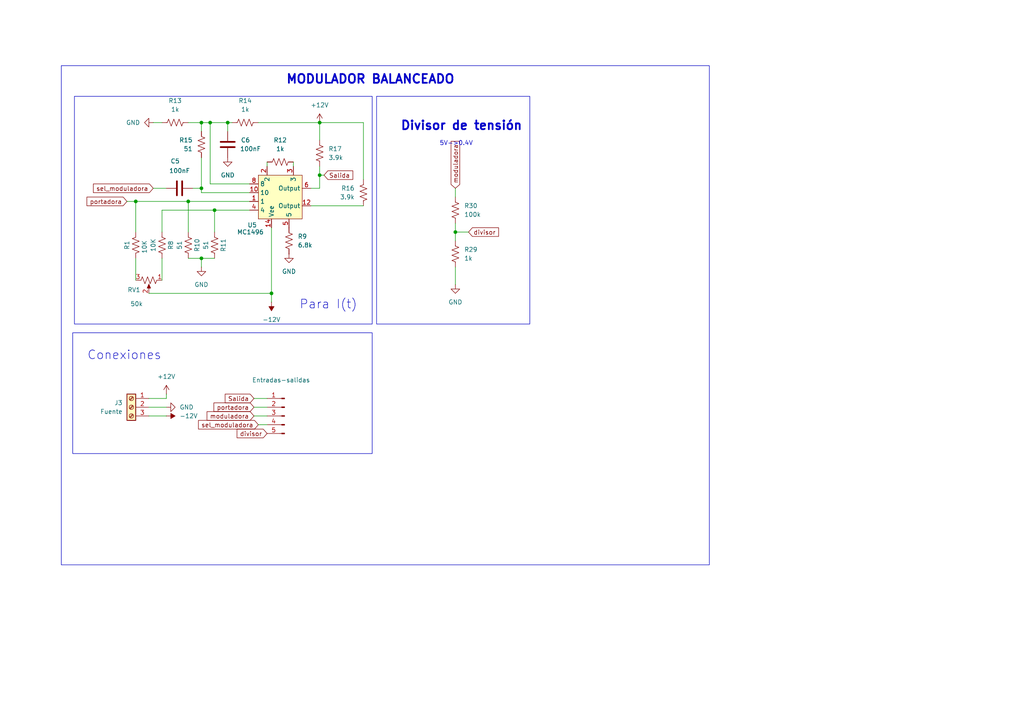
<source format=kicad_sch>
(kicad_sch (version 20250114) (generator "eeschema") (generator_version "9.0")
  (paper "A4")
  (lib_symbols
    (symbol "Connector:Conn_01x05_Pin" (pin_names (offset 1.016) (hide yes))
      (property "Reference" "J" (at 0 7.62 0))
      (property "Value" "Conn_01x05_Pin" (at 0 -7.62 0))
      (symbol "Conn_01x05_Pin_1_1"
        (rectangle (start 0.8636 5.207) (end 0 4.953) (stroke (width 0.1524)) (fill (type outline)))
        (rectangle (start 0.8636 2.667) (end 0 2.413) (stroke (width 0.1524)) (fill (type outline)))
        (rectangle (start 0.8636 0.127) (end 0 -0.127) (stroke (width 0.1524)) (fill (type outline)))
        (rectangle (start 0.8636 -2.413) (end 0 -2.667) (stroke (width 0.1524)) (fill (type outline)))
        (rectangle (start 0.8636 -4.953) (end 0 -5.207) (stroke (width 0.1524)) (fill (type outline)))
        (polyline (pts (xy 1.27 5.08) (xy 0.8636 5.08)) (stroke (width 0.1524)))
        (polyline (pts (xy 1.27 2.54) (xy 0.8636 2.54)) (stroke (width 0.1524)))
        (polyline (pts (xy 1.27 0) (xy 0.8636 0)) (stroke (width 0.1524)))
        (polyline (pts (xy 1.27 -2.54) (xy 0.8636 -2.54)) (stroke (width 0.1524)))
        (polyline (pts (xy 1.27 -5.08) (xy 0.8636 -5.08)) (stroke (width 0.1524)))
        (pin passive line (at 5.08 5.08 180) (length 3.81) (name "Pin_1") (number "1"))
        (pin passive line (at 5.08 2.54 180) (length 3.81) (name "Pin_2") (number "2"))
        (pin passive line (at 5.08 0 180) (length 3.81) (name "Pin_3") (number "3"))
        (pin passive line (at 5.08 -2.54 180) (length 3.81) (name "Pin_4") (number "4"))
        (pin passive line (at 5.08 -5.08 180) (length 3.81) (name "Pin_5") (number "5"))
      )
    )
    (symbol "Connector:Screw_Terminal_01x03" (pin_names (offset 1.016) (hide yes))
      (property "Reference" "J" (at 0 5.08 0))
      (property "Value" "Screw_Terminal_01x03" (at 0 -5.08 0))
      (symbol "Screw_Terminal_01x03_1_1"
        (rectangle (start -1.27 3.81) (end 1.27 -3.81) (stroke (width 0.254)) (fill (type background)))
        (polyline (pts (xy -0.5334 2.8702) (xy 0.3302 2.032)) (stroke (width 0.1524)))
        (polyline (pts (xy -0.5334 0.3302) (xy 0.3302 -0.508)) (stroke (width 0.1524)))
        (polyline (pts (xy -0.5334 -2.2098) (xy 0.3302 -3.048)) (stroke (width 0.1524)))
        (polyline (pts (xy -0.3556 3.048) (xy 0.508 2.2098)) (stroke (width 0.1524)))
        (polyline (pts (xy -0.3556 0.508) (xy 0.508 -0.3302)) (stroke (width 0.1524)))
        (polyline (pts (xy -0.3556 -2.032) (xy 0.508 -2.8702)) (stroke (width 0.1524)))
        (circle (center 0 2.54) (radius 0.635) (stroke (width 0.1524)))
        (circle (center 0 0) (radius 0.635) (stroke (width 0.1524)))
        (circle (center 0 -2.54) (radius 0.635) (stroke (width 0.1524)))
        (pin passive line (at -5.08 2.54 0) (length 3.81) (name "Pin_1") (number "1"))
        (pin passive line (at -5.08 0 0) (length 3.81) (name "Pin_2") (number "2"))
        (pin passive line (at -5.08 -2.54 0) (length 3.81) (name "Pin_3") (number "3"))
      )
    )
    (symbol "Device:C" (pin_numbers (hide yes)) (pin_names (offset 0.254))
      (property "Reference" "C" (at 0.635 2.54 0))
      (property "Value" "C" (at 0.635 -2.54 0))
      (symbol "C_0_1"
        (polyline (pts (xy -2.032 0.762) (xy 2.032 0.762)) (stroke (width 0.508)))
        (polyline (pts (xy -2.032 -0.762) (xy 2.032 -0.762)) (stroke (width 0.508)))
      )
      (symbol "C_1_1"
        (pin passive line (at 0 3.81 270) (length 2.794) (name "~") (number "1"))
        (pin passive line (at 0 -3.81 90) (length 2.794) (name "~") (number "2"))
      )
    )
    (symbol "Device:R_Potentiometer_US" (pin_names (offset 1.016) (hide yes))
      (property "Reference" "RV" (at -4.445 0 90))
      (property "Value" "R_Potentiometer_US" (at -2.54 0 90))
      (symbol "R_Potentiometer_US_0_1"
        (polyline (pts (xy 0 2.54) (xy 0 2.286)))
        (polyline (pts (xy 0 2.286) (xy 1.016 1.905) (xy 0 1.524) (xy -1.016 1.143) (xy 0 0.762)))
        (polyline (pts (xy 0 0.762) (xy 1.016 0.381) (xy 0 0) (xy -1.016 -0.381) (xy 0 -0.762)))
        (polyline (pts (xy 0 -0.762) (xy 1.016 -1.143) (xy 0 -1.524) (xy -1.016 -1.905) (xy 0 -2.286)))
        (polyline (pts (xy 0 -2.286) (xy 0 -2.54)))
        (polyline (pts (xy 1.143 0) (xy 2.286 0.508) (xy 2.286 -0.508) (xy 1.143 0)) (fill (type outline)))
        (polyline (pts (xy 2.54 0) (xy 1.524 0)))
      )
      (symbol "R_Potentiometer_US_1_1"
        (pin passive line (at 0 3.81 270) (length 1.27) (name "1") (number "1"))
        (pin passive line (at 0 -3.81 90) (length 1.27) (name "3") (number "3"))
        (pin passive line (at 3.81 0 180) (length 1.27) (name "2") (number "2"))
      )
    )
    (symbol "Device:R_US" (pin_numbers (hide yes)) (pin_names (offset 0))
      (property "Reference" "R" (at 2.54 0 90))
      (property "Value" "R_US" (at -2.54 0 90))
      (symbol "R_US_0_1"
        (polyline (pts (xy 0 2.286) (xy 0 2.54)))
        (polyline (pts (xy 0 2.286) (xy 1.016 1.905) (xy 0 1.524) (xy -1.016 1.143) (xy 0 0.762)))
        (polyline (pts (xy 0 0.762) (xy 1.016 0.381) (xy 0 0) (xy -1.016 -0.381) (xy 0 -0.762)))
        (polyline (pts (xy 0 -0.762) (xy 1.016 -1.143) (xy 0 -1.524) (xy -1.016 -1.905) (xy 0 -2.286)))
        (polyline (pts (xy 0 -2.286) (xy 0 -2.54)))
      )
      (symbol "R_US_1_1"
        (pin passive line (at 0 3.81 270) (length 1.27) (name "~") (number "1"))
        (pin passive line (at 0 -3.81 90) (length 1.27) (name "~") (number "2"))
      )
    )
    (symbol "otros_componentes:MC1429_square"
      (property "Reference" "U5" (at 7.62 -15.1698 0))
      (property "Value" "MC1496" (at -3.302 -24.384 0))
      (symbol "MC1429_square_1_1"
        (rectangle (start -10.16 -17.78) (end 2.54 -30.48) (fill (type background)))
        (pin input line (at -12.7 -20.32 0) (length 2.54) (name "8") (number "8"))
        (pin input line (at -12.7 -22.86 0) (length 2.54) (name "10") (number "10"))
        (pin input line (at -12.7 -25.4 0) (length 2.54) (name "1") (number "1"))
        (pin input line (at -12.7 -27.94 0) (length 2.54) (name "4") (number "4"))
        (pin input line (at -7.62 -15.24 270) (length 2.54) (name "2") (number "2"))
        (pin power_in line (at -6.35 -33.02 90) (length 2.54) (name "Vee") (number "14"))
        (pin input line (at -1.27 -33.02 90) (length 2.54) (name "5") (number "5"))
        (pin input line (at 0 -15.24 270) (length 2.54) (name "3") (number "3"))
        (pin output line (at 5.08 -21.59 180) (length 2.54) (name "Output") (number "6"))
        (pin output line (at 5.08 -26.67 180) (length 2.54) (name "Output") (number "12"))
      )
    )
    (symbol "power:+12V" (power) (pin_numbers (hide yes)) (pin_names (offset 0) (hide yes))
      (property "Value" "+12V" (at 0 3.556 0))
      (symbol "+12V_0_1"
        (polyline (pts (xy -0.762 1.27) (xy 0 2.54)))
        (polyline (pts (xy 0 2.54) (xy 0.762 1.27)))
        (polyline (pts (xy 0 0) (xy 0 2.54)))
      )
      (symbol "+12V_1_1"
        (pin power_in line (at 0 0 90) (length 0) (name "~") (number "1"))
      )
    )
    (symbol "power:-12V" (power) (pin_numbers (hide yes)) (pin_names (offset 0) (hide yes))
      (property "Value" "-12V" (at 0 3.556 0))
      (symbol "-12V_0_0"
        (pin power_in line (at 0 0 90) (length 0) (name "~") (number "1"))
      )
      (symbol "-12V_0_1"
        (polyline (pts (xy 0 0) (xy 0 1.27) (xy 0.762 1.27) (xy 0 2.54) (xy -0.762 1.27) (xy 0 1.27)) (fill (type outline)))
      )
    )
    (symbol "power:GND" (power) (pin_numbers (hide yes)) (pin_names (offset 0) (hide yes))
      (property "Value" "GND" (at 0 -3.81 0))
      (symbol "GND_0_1"
        (polyline (pts (xy 0 0) (xy 0 -1.27) (xy 1.27 -1.27) (xy 0 -2.54) (xy -1.27 -1.27) (xy 0 -1.27)))
      )
      (symbol "GND_1_1"
        (pin power_in line (at 0 0 270) (length 0) (name "~") (number "1"))
      )
    )
  )
  (rectangle (start 109.22 27.94) (end 153.67 93.98))
  (rectangle (start 17.78 19.05) (end 205.74 163.83))
  (rectangle (start 21.59 27.94) (end 107.95 93.98))
  (rectangle (start 21.0937 96.5199) (end 107.9499 131.5543))
  (text "Conexiones\n" (at 36.068 103.124 0) (effects (font (size 2.54 2.54))))
  (text "5V->0.4V" (at 132.334 41.656 0) (effects (font (size 1.27 1.27))))
  (text "MODULADOR BALANCEADO" (at 107.442 23.114 0) (effects (font (size 2.54 2.54) (thickness 0.508) (bold yes))))
  (text "Para I(t)\n" (at 95.25 88.392 0) (effects (font (size 2.54 2.54))))
  (text "Divisor de tensión\n" (at 133.858 36.576 0) (effects (font (size 2.54 2.54) (thickness 0.508) (bold yes))))
  (junction (at 58.42 74.93))
  (junction (at 60.96 35.56))
  (junction (at 92.71 50.8))
  (junction (at 92.71 35.56))
  (junction (at 78.74 85.09))
  (junction (at 66.04 35.56))
  (junction (at 132.08 67.31))
  (junction (at 58.42 54.61))
  (junction (at 39.37 58.42))
  (junction (at 54.61 58.42))
  (junction (at 62.23 60.96))
  (junction (at 58.42 35.56))
  (wire (pts (xy 55.88 54.61) (xy 58.42 54.61)))
  (wire (pts (xy 92.71 35.56) (xy 105.41 35.56)))
  (wire (pts (xy 85.09 46.99) (xy 85.09 48.26)))
  (wire (pts (xy 60.96 35.56) (xy 58.42 35.56)))
  (wire (pts (xy 36.83 58.42) (xy 39.37 58.42)))
  (wire (pts (xy 60.96 35.56) (xy 66.04 35.56)))
  (wire (pts (xy 39.37 67.31) (xy 39.37 58.42)))
  (wire (pts (xy 78.74 87.63) (xy 78.74 85.09)))
  (wire (pts (xy 48.26 115.57) (xy 43.18 115.57)))
  (wire (pts (xy 92.71 54.61) (xy 90.17 54.61)))
  (wire (pts (xy 66.04 38.1) (xy 66.04 35.56)))
  (wire (pts (xy 48.26 120.65) (xy 43.18 120.65)))
  (wire (pts (xy 72.39 53.34) (xy 60.96 53.34)))
  (wire (pts (xy 66.04 35.56) (xy 67.31 35.56)))
  (wire (pts (xy 58.42 55.88) (xy 72.39 55.88)))
  (wire (pts (xy 132.08 77.47) (xy 132.08 82.55)))
  (wire (pts (xy 132.08 54.61) (xy 132.08 57.15)))
  (wire (pts (xy 92.71 35.56) (xy 92.71 40.64)))
  (wire (pts (xy 54.61 74.93) (xy 58.42 74.93)))
  (wire (pts (xy 74.93 35.56) (xy 92.71 35.56)))
  (wire (pts (xy 58.42 35.56) (xy 58.42 38.1)))
  (wire (pts (xy 58.42 74.93) (xy 62.23 74.93)))
  (wire (pts (xy 93.98 50.8) (xy 92.71 50.8)))
  (wire (pts (xy 62.23 60.96) (xy 46.99 60.96)))
  (wire (pts (xy 54.61 58.42) (xy 72.39 58.42)))
  (wire (pts (xy 73.66 120.65) (xy 77.47 120.65)))
  (wire (pts (xy 46.99 74.93) (xy 46.99 81.28)))
  (wire (pts (xy 72.39 60.96) (xy 62.23 60.96)))
  (wire (pts (xy 60.96 53.34) (xy 60.96 35.56)))
  (wire (pts (xy 48.26 118.11) (xy 43.18 118.11)))
  (wire (pts (xy 58.42 54.61) (xy 58.42 55.88)))
  (wire (pts (xy 44.45 35.56) (xy 46.99 35.56)))
  (wire (pts (xy 39.37 74.93) (xy 39.37 81.28)))
  (wire (pts (xy 77.47 46.99) (xy 77.47 48.26)))
  (wire (pts (xy 46.99 60.96) (xy 46.99 67.31)))
  (wire (pts (xy 62.23 60.96) (xy 62.23 67.31)))
  (wire (pts (xy 78.74 66.04) (xy 78.74 85.09)))
  (wire (pts (xy 90.17 59.69) (xy 105.41 59.69)))
  (wire (pts (xy 132.08 64.77) (xy 132.08 67.31)))
  (wire (pts (xy 58.42 35.56) (xy 54.61 35.56)))
  (wire (pts (xy 74.93 123.19) (xy 77.47 123.19)))
  (wire (pts (xy 92.71 48.26) (xy 92.71 50.8)))
  (wire (pts (xy 58.42 45.72) (xy 58.42 54.61)))
  (wire (pts (xy 54.61 58.42) (xy 54.61 67.31)))
  (wire (pts (xy 73.66 118.11) (xy 77.47 118.11)))
  (wire (pts (xy 43.18 85.09) (xy 78.74 85.09)))
  (wire (pts (xy 58.42 74.93) (xy 58.42 77.47)))
  (wire (pts (xy 92.71 50.8) (xy 92.71 54.61)))
  (wire (pts (xy 44.45 54.61) (xy 48.26 54.61)))
  (wire (pts (xy 73.66 115.57) (xy 77.47 115.57)))
  (wire (pts (xy 39.37 58.42) (xy 54.61 58.42)))
  (wire (pts (xy 105.41 52.07) (xy 105.41 35.56)))
  (wire (pts (xy 132.08 67.31) (xy 135.89 67.31)))
  (wire (pts (xy 132.08 67.31) (xy 132.08 69.85)))
  (wire (pts (xy 48.26 114.3) (xy 48.26 115.57)))
  (global_label "divisor" (shape input) (at 77.47 125.73 180) (property "Intersheetrefs" "${INTERSHEET_REFS}" (effects (hide yes))))
  (global_label "moduladora" (shape input) (at 132.08 54.61 90) (property "Intersheetrefs" "${INTERSHEET_REFS}" (effects (hide yes))))
  (global_label "Salida" (shape input) (at 93.98 50.8 0) (property "Intersheetrefs" "${INTERSHEET_REFS}" (effects (hide yes))))
  (global_label "sel_moduladora" (shape input) (at 74.93 123.19 180) (property "Intersheetrefs" "${INTERSHEET_REFS}" (effects (hide yes))))
  (global_label "portadora" (shape input) (at 36.83 58.42 180) (property "Intersheetrefs" "${INTERSHEET_REFS}" (effects (hide yes))))
  (global_label "sel_moduladora" (shape input) (at 44.45 54.61 180) (property "Intersheetrefs" "${INTERSHEET_REFS}" (effects (hide yes))))
  (global_label "moduladora" (shape input) (at 73.66 120.65 180) (property "Intersheetrefs" "${INTERSHEET_REFS}" (effects (hide yes))))
  (global_label "divisor" (shape input) (at 135.89 67.31 0) (property "Intersheetrefs" "${INTERSHEET_REFS}" (effects (hide yes))))
  (global_label "portadora" (shape input) (at 73.66 118.11 180) (property "Intersheetrefs" "${INTERSHEET_REFS}" (effects (hide yes))))
  (global_label "Salida" (shape input) (at 73.66 115.57 180) (property "Intersheetrefs" "${INTERSHEET_REFS}" (effects (hide yes))))
  (symbol (lib_id "Device:R_US") (at 50.8 35.56 270) (unit 1)
    (property "Reference" "R13" (at 50.8 29.21 90))
    (property "Value" "1k" (at 50.8 31.75 90))
    (property "Footprint" "Resistor_THT:R_Axial_DIN0309_L9.0mm_D3.2mm_P12.70mm_Horizontal" (effects (hide yes)))
    (property "Description" "Resistor, US symbol" (effects (hide yes)))
  )
  (symbol (lib_id "Device:R_US") (at 58.42 41.91 0) (unit 1)
    (property "Reference" "R15" (at 55.88 40.6399 0) (effects (justify right)))
    (property "Value" "51" (at 55.88 43.1799 0) (effects (justify right)))
    (property "Footprint" "Resistor_THT:R_Axial_DIN0309_L9.0mm_D3.2mm_P12.70mm_Horizontal" (effects (hide yes)))
    (property "Description" "Resistor, US symbol" (effects (hide yes)))
  )
  (symbol (lib_id "power:GND") (at 58.42 77.47 0) (unit 1)
    (property "Reference" "#PWR012" (effects (hide yes)))
    (property "Value" "GND" (at 58.42 82.55 0))
    (property "Description" "Power symbol creates a global label with name \"GND\" , ground" (effects (hide yes)))
  )
  (symbol (lib_id "Device:R_US") (at 46.99 71.12 0) (unit 1)
    (property "Reference" "R8" (at 49.53 71.12 90))
    (property "Value" "10K" (at 44.45 71.12 90))
    (property "Footprint" "Resistor_THT:R_Axial_DIN0309_L9.0mm_D3.2mm_P12.70mm_Horizontal" (effects (hide yes)))
    (property "Description" "Resistor, US symbol" (effects (hide yes)))
  )
  (symbol (lib_id "power:GND") (at 44.45 35.56 270) (unit 1)
    (property "Reference" "#PWR014" (effects (hide yes)))
    (property "Value" "GND" (at 40.64 35.5599 90) (effects (justify right)))
    (property "Description" "Power symbol creates a global label with name \"GND\" , ground" (effects (hide yes)))
  )
  (symbol (lib_id "Device:R_US") (at 62.23 71.12 0) (unit 1)
    (property "Reference" "R11" (at 64.77 71.12 90))
    (property "Value" "51" (at 59.69 71.12 90))
    (property "Footprint" "Resistor_THT:R_Axial_DIN0309_L9.0mm_D3.2mm_P12.70mm_Horizontal" (effects (hide yes)))
    (property "Description" "Resistor, US symbol" (effects (hide yes)))
  )
  (symbol (lib_id "Connector:Screw_Terminal_01x03") (at 38.1 118.11 0) (mirror y) (unit 1)
    (property "Reference" "J3" (at 35.56 116.8399 0) (effects (justify left)))
    (property "Value" "Fuente" (at 35.56 119.3799 0) (effects (justify left)))
    (property "Footprint" "TerminalBlock_RND:TerminalBlock_RND_205-00002_1x03_P5.00mm_Horizontal" (effects (hide yes)))
    (property "Description" "Generic screw terminal, single row, 01x03, script generated (kicad-library-utils/schlib/autogen/connector/)" (effects (hide yes)))
  )
  (symbol (lib_id "Device:C") (at 52.07 54.61 90) (unit 1)
    (property "Reference" "C5" (at 50.8 46.736 90))
    (property "Value" "100nF" (at 52.07 49.53 90))
    (property "Footprint" "Capacitor_THT:C_Disc_D3.0mm_W1.6mm_P2.50mm" (effects (hide yes)))
    (property "Description" "Unpolarized capacitor" (effects (hide yes)))
  )
  (symbol (lib_id "Device:R_US") (at 132.08 60.96 0) (unit 1)
    (property "Reference" "R30" (at 134.62 59.6899 0) (effects (justify left)))
    (property "Value" "100k" (at 134.62 62.2299 0) (effects (justify left)))
    (property "Footprint" "Resistor_THT:R_Axial_DIN0309_L9.0mm_D3.2mm_P12.70mm_Horizontal" (effects (hide yes)))
    (property "Description" "Resistor, US symbol" (effects (hide yes)))
  )
  (symbol (lib_id "power:-12V") (at 78.74 87.63 180) (unit 1)
    (property "Reference" "#PWR010" (effects (hide yes)))
    (property "Value" "-12V" (at 78.74 92.71 0))
    (property "Description" "Power symbol creates a global label with name \"-12V\"" (effects (hide yes)))
  )
  (symbol (lib_id "Device:R_Potentiometer_US") (at 43.18 81.28 270) (unit 1)
    (property "Reference" "RV1" (at 38.862 84.074 90))
    (property "Value" "50k" (at 39.624 88.138 90))
    (property "Footprint" "Potentiometer_THT:Potentiometer_Vishay_T93YA_Vertical" (effects (hide yes)))
    (property "Description" "Potentiometer, US symbol" (effects (hide yes)))
  )
  (symbol (lib_id "Device:R_US") (at 92.71 44.45 0) (unit 1)
    (property "Reference" "R17" (at 95.25 43.1799 0) (effects (justify left)))
    (property "Value" "3.9k" (at 95.25 45.7199 0) (effects (justify left)))
    (property "Footprint" "Resistor_THT:R_Axial_DIN0309_L9.0mm_D3.2mm_P12.70mm_Horizontal" (effects (hide yes)))
    (property "Description" "Resistor, US symbol" (effects (hide yes)))
  )
  (symbol (lib_id "Device:R_US") (at 39.37 71.12 0) (mirror y) (unit 1)
    (property "Reference" "R1" (at 36.83 71.12 90))
    (property "Value" "10K" (at 41.91 71.628 90))
    (property "Footprint" "Resistor_THT:R_Axial_DIN0309_L9.0mm_D3.2mm_P12.70mm_Horizontal" (effects (hide yes)))
    (property "Description" "Resistor, US symbol" (effects (hide yes)))
  )
  (symbol (lib_id "Device:R_US") (at 132.08 73.66 0) (unit 1)
    (property "Reference" "R29" (at 134.62 72.3899 0) (effects (justify left)))
    (property "Value" "1k" (at 134.62 74.9299 0) (effects (justify left)))
    (property "Footprint" "Resistor_THT:R_Axial_DIN0309_L9.0mm_D3.2mm_P12.70mm_Horizontal" (effects (hide yes)))
    (property "Description" "Resistor, US symbol" (effects (hide yes)))
  )
  (symbol (lib_id "power:+12V") (at 48.26 114.3 0) (unit 1)
    (property "Reference" "#PWR027" (effects (hide yes)))
    (property "Value" "+12V" (at 48.26 109.22 0))
    (property "Description" "Power symbol creates a global label with name \"+12V\"" (effects (hide yes)))
  )
  (symbol (lib_id "power:GND") (at 66.04 45.72 0) (unit 1)
    (property "Reference" "#PWR013" (effects (hide yes)))
    (property "Value" "GND" (at 66.04 50.8 0))
    (property "Description" "Power symbol creates a global label with name \"GND\" , ground" (effects (hide yes)))
  )
  (symbol (lib_id "otros_componentes:MC1429_square") (at 85.09 33.02 0) (unit 1)
    (property "Reference" "U5" (at 73.152 65.278 0))
    (property "Value" "MC1496" (at 72.644 67.31 0))
    (property "Footprint" "Package_DIP:DIP-14_W7.62mm" (effects (hide yes)))
    (property "Datasheet" "https://www.onsemi.com/pdf/datasheet/mc1496-d.pdf" (effects (hide yes)))
    (property "Description" "Balanced Modulator−Demodulator" (effects (hide yes)))
  )
  (symbol (lib_id "Device:R_US") (at 105.41 55.88 0) (mirror y) (unit 1)
    (property "Reference" "R16" (at 102.87 54.6099 0) (effects (justify left)))
    (property "Value" "3.9k" (at 102.87 57.1499 0) (effects (justify left)))
    (property "Footprint" "Resistor_THT:R_Axial_DIN0309_L9.0mm_D3.2mm_P12.70mm_Horizontal" (effects (hide yes)))
    (property "Description" "Resistor, US symbol" (effects (hide yes)))
  )
  (symbol (lib_id "Device:R_US") (at 81.28 46.99 90) (unit 1)
    (property "Reference" "R12" (at 81.28 40.64 90))
    (property "Value" "1k" (at 81.28 43.18 90))
    (property "Footprint" "Resistor_THT:R_Axial_DIN0309_L9.0mm_D3.2mm_P12.70mm_Horizontal" (effects (hide yes)))
    (property "Description" "Resistor, US symbol" (effects (hide yes)))
  )
  (symbol (lib_id "power:GND") (at 48.26 118.11 90) (unit 1)
    (property "Reference" "#PWR029" (effects (hide yes)))
    (property "Value" "GND" (at 52.07 118.1099 90) (effects (justify right)))
    (property "Description" "Power symbol creates a global label with name \"GND\" , ground" (effects (hide yes)))
  )
  (symbol (lib_id "power:GND") (at 132.08 82.55 0) (unit 1)
    (property "Reference" "#PWR022" (effects (hide yes)))
    (property "Value" "GND" (at 132.08 87.63 0))
    (property "Description" "Power symbol creates a global label with name \"GND\" , ground" (effects (hide yes)))
  )
  (symbol (lib_id "Device:R_US") (at 54.61 71.12 0) (unit 1)
    (property "Reference" "R10" (at 57.15 71.12 90))
    (property "Value" "51" (at 52.07 71.12 90))
    (property "Footprint" "Resistor_THT:R_Axial_DIN0309_L9.0mm_D3.2mm_P12.70mm_Horizontal" (effects (hide yes)))
    (property "Description" "Resistor, US symbol" (effects (hide yes)))
  )
  (symbol (lib_id "power:GND") (at 83.82 73.66 0) (unit 1)
    (property "Reference" "#PWR011" (effects (hide yes)))
    (property "Value" "GND" (at 83.82 78.74 0))
    (property "Description" "Power symbol creates a global label with name \"GND\" , ground" (effects (hide yes)))
  )
  (symbol (lib_id "Device:R_US") (at 83.82 69.85 0) (unit 1)
    (property "Reference" "R9" (at 86.36 68.5799 0) (effects (justify left)))
    (property "Value" "6.8k" (at 86.36 71.1199 0) (effects (justify left)))
    (property "Footprint" "Resistor_THT:R_Axial_DIN0309_L9.0mm_D3.2mm_P12.70mm_Horizontal" (effects (hide yes)))
    (property "Description" "Resistor, US symbol" (effects (hide yes)))
  )
  (symbol (lib_id "power:-12V") (at 48.26 120.65 270) (unit 1)
    (property "Reference" "#PWR028" (effects (hide yes)))
    (property "Value" "-12V" (at 52.07 120.6499 90) (effects (justify left)))
    (property "Description" "Power symbol creates a global label with name \"-12V\"" (effects (hide yes)))
  )
  (symbol (lib_id "Device:C") (at 66.04 41.91 180) (unit 1)
    (property "Reference" "C6" (at 69.85 40.6399 0) (effects (justify right)))
    (property "Value" "100nF" (at 69.596 43.18 0) (effects (justify right)))
    (property "Footprint" "Capacitor_THT:C_Disc_D3.0mm_W1.6mm_P2.50mm" (effects (hide yes)))
    (property "Description" "Unpolarized capacitor" (effects (hide yes)))
  )
  (symbol (lib_id "Connector:Conn_01x05_Pin") (at 82.55 120.65 0) (mirror y) (unit 1)
    (property "Reference" "J2" (effects (hide yes)))
    (property "Value" "Entradas-salidas" (at 81.534 110.236 0))
    (property "Footprint" "Connector_PinHeader_1.00mm:PinHeader_1x05_P1.00mm_Vertical" (effects (hide yes)))
    (property "Description" "Generic connector, single row, 01x05, script generated" (effects (hide yes)))
  )
  (symbol (lib_id "Device:R_US") (at 71.12 35.56 270) (unit 1)
    (property "Reference" "R14" (at 71.12 29.21 90))
    (property "Value" "1k" (at 71.12 31.75 90))
    (property "Footprint" "Resistor_THT:R_Axial_DIN0309_L9.0mm_D3.2mm_P12.70mm_Horizontal" (effects (hide yes)))
    (property "Description" "Resistor, US symbol" (effects (hide yes)))
  )
  (symbol (lib_id "power:+12V") (at 92.71 35.56 0) (unit 1)
    (property "Reference" "#PWR015" (effects (hide yes)))
    (property "Value" "+12V" (at 92.71 30.48 0))
    (property "Description" "Power symbol creates a global label with name \"+12V\"" (effects (hide yes)))
  )
)
</source>
